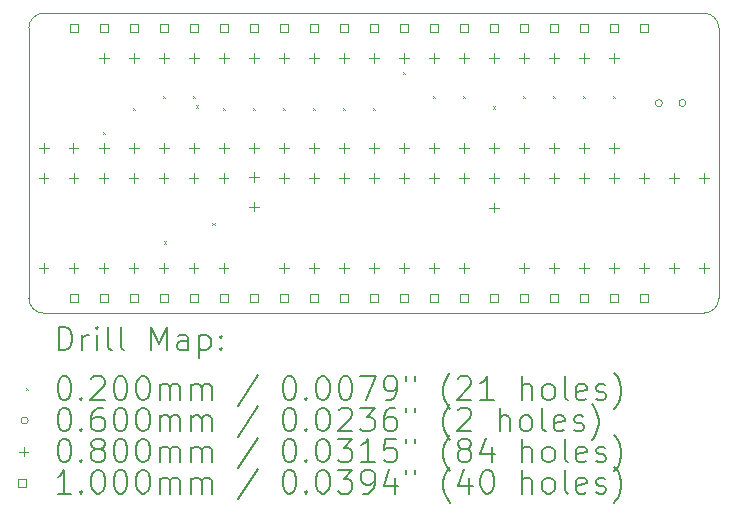
<source format=gbr>
%TF.GenerationSoftware,KiCad,Pcbnew,(6.0.11-0)*%
%TF.CreationDate,2023-06-10T21:35:13+02:00*%
%TF.ProjectId,debug_leds,64656275-675f-46c6-9564-732e6b696361,REV*%
%TF.SameCoordinates,Original*%
%TF.FileFunction,Drillmap*%
%TF.FilePolarity,Positive*%
%FSLAX45Y45*%
G04 Gerber Fmt 4.5, Leading zero omitted, Abs format (unit mm)*
G04 Created by KiCad (PCBNEW (6.0.11-0)) date 2023-06-10 21:35:13*
%MOMM*%
%LPD*%
G01*
G04 APERTURE LIST*
%ADD10C,0.100000*%
%ADD11C,0.200000*%
%ADD12C,0.020000*%
%ADD13C,0.060000*%
%ADD14C,0.080000*%
G04 APERTURE END LIST*
D10*
X16002000Y-5207000D02*
G75*
G03*
X15875000Y-5080000I-127000J0D01*
G01*
X15875000Y-7620000D02*
G75*
G03*
X16002000Y-7493000I0J127000D01*
G01*
X10160000Y-7493000D02*
G75*
G03*
X10287000Y-7620000I127000J0D01*
G01*
X10287000Y-5080000D02*
G75*
G03*
X10160000Y-5207000I0J-127000D01*
G01*
X10287000Y-7620000D02*
X15875000Y-7620000D01*
X16002000Y-7493000D02*
X16002000Y-5207000D01*
X10160000Y-5207000D02*
X10160000Y-7493000D01*
X10287000Y-5080000D02*
X15875000Y-5080000D01*
D11*
D12*
X10785000Y-6086000D02*
X10805000Y-6106000D01*
X10805000Y-6086000D02*
X10785000Y-6106000D01*
X11039000Y-5882800D02*
X11059000Y-5902800D01*
X11059000Y-5882800D02*
X11039000Y-5902800D01*
X11293000Y-5781200D02*
X11313000Y-5801200D01*
X11313000Y-5781200D02*
X11293000Y-5801200D01*
X11305700Y-7013100D02*
X11325700Y-7033100D01*
X11325700Y-7013100D02*
X11305700Y-7033100D01*
X11547000Y-5781200D02*
X11567000Y-5801200D01*
X11567000Y-5781200D02*
X11547000Y-5801200D01*
X11572400Y-5860561D02*
X11592400Y-5880561D01*
X11592400Y-5860561D02*
X11572400Y-5880561D01*
X11714200Y-6856520D02*
X11734200Y-6876520D01*
X11734200Y-6856520D02*
X11714200Y-6876520D01*
X11801000Y-5882800D02*
X11821000Y-5902800D01*
X11821000Y-5882800D02*
X11801000Y-5902800D01*
X12055000Y-5882800D02*
X12075000Y-5902800D01*
X12075000Y-5882800D02*
X12055000Y-5902800D01*
X12309000Y-5882800D02*
X12329000Y-5902800D01*
X12329000Y-5882800D02*
X12309000Y-5902800D01*
X12563000Y-5882800D02*
X12583000Y-5902800D01*
X12583000Y-5882800D02*
X12563000Y-5902800D01*
X12817000Y-5882800D02*
X12837000Y-5902800D01*
X12837000Y-5882800D02*
X12817000Y-5902800D01*
X13071000Y-5882800D02*
X13091000Y-5902800D01*
X13091000Y-5882800D02*
X13071000Y-5902800D01*
X13325000Y-5578000D02*
X13345000Y-5598000D01*
X13345000Y-5578000D02*
X13325000Y-5598000D01*
X13579000Y-5781200D02*
X13599000Y-5801200D01*
X13599000Y-5781200D02*
X13579000Y-5801200D01*
X13833000Y-5781200D02*
X13853000Y-5801200D01*
X13853000Y-5781200D02*
X13833000Y-5801200D01*
X14087000Y-5870100D02*
X14107000Y-5890100D01*
X14107000Y-5870100D02*
X14087000Y-5890100D01*
X14341000Y-5781200D02*
X14361000Y-5801200D01*
X14361000Y-5781200D02*
X14341000Y-5801200D01*
X14595000Y-5781200D02*
X14615000Y-5801200D01*
X14615000Y-5781200D02*
X14595000Y-5801200D01*
X14849000Y-5781200D02*
X14869000Y-5801200D01*
X14869000Y-5781200D02*
X14849000Y-5801200D01*
X15103000Y-5781200D02*
X15123000Y-5801200D01*
X15123000Y-5781200D02*
X15103000Y-5801200D01*
D13*
X15524000Y-5842000D02*
G75*
G03*
X15524000Y-5842000I-30000J0D01*
G01*
X15724000Y-5842000D02*
G75*
G03*
X15724000Y-5842000I-30000J0D01*
G01*
D14*
X10286000Y-6437000D02*
X10286000Y-6517000D01*
X10246000Y-6477000D02*
X10326000Y-6477000D01*
X10286000Y-7199000D02*
X10286000Y-7279000D01*
X10246000Y-7239000D02*
X10326000Y-7239000D01*
X10287000Y-6183000D02*
X10287000Y-6263000D01*
X10247000Y-6223000D02*
X10327000Y-6223000D01*
X10537000Y-6183000D02*
X10537000Y-6263000D01*
X10497000Y-6223000D02*
X10577000Y-6223000D01*
X10540000Y-6437000D02*
X10540000Y-6517000D01*
X10500000Y-6477000D02*
X10580000Y-6477000D01*
X10540000Y-7199000D02*
X10540000Y-7279000D01*
X10500000Y-7239000D02*
X10580000Y-7239000D01*
X10794000Y-6437000D02*
X10794000Y-6517000D01*
X10754000Y-6477000D02*
X10834000Y-6477000D01*
X10794000Y-7199000D02*
X10794000Y-7279000D01*
X10754000Y-7239000D02*
X10834000Y-7239000D01*
X10795000Y-5421000D02*
X10795000Y-5501000D01*
X10755000Y-5461000D02*
X10835000Y-5461000D01*
X10795000Y-6183000D02*
X10795000Y-6263000D01*
X10755000Y-6223000D02*
X10835000Y-6223000D01*
X11048000Y-6437000D02*
X11048000Y-6517000D01*
X11008000Y-6477000D02*
X11088000Y-6477000D01*
X11048000Y-7199000D02*
X11048000Y-7279000D01*
X11008000Y-7239000D02*
X11088000Y-7239000D01*
X11049000Y-5421000D02*
X11049000Y-5501000D01*
X11009000Y-5461000D02*
X11089000Y-5461000D01*
X11049000Y-6183000D02*
X11049000Y-6263000D01*
X11009000Y-6223000D02*
X11089000Y-6223000D01*
X11302000Y-6437000D02*
X11302000Y-6517000D01*
X11262000Y-6477000D02*
X11342000Y-6477000D01*
X11302000Y-7199000D02*
X11302000Y-7279000D01*
X11262000Y-7239000D02*
X11342000Y-7239000D01*
X11303000Y-5421000D02*
X11303000Y-5501000D01*
X11263000Y-5461000D02*
X11343000Y-5461000D01*
X11303000Y-6183000D02*
X11303000Y-6263000D01*
X11263000Y-6223000D02*
X11343000Y-6223000D01*
X11556000Y-6437000D02*
X11556000Y-6517000D01*
X11516000Y-6477000D02*
X11596000Y-6477000D01*
X11556000Y-7199000D02*
X11556000Y-7279000D01*
X11516000Y-7239000D02*
X11596000Y-7239000D01*
X11557000Y-5421000D02*
X11557000Y-5501000D01*
X11517000Y-5461000D02*
X11597000Y-5461000D01*
X11557000Y-6183000D02*
X11557000Y-6263000D01*
X11517000Y-6223000D02*
X11597000Y-6223000D01*
X11810000Y-6437000D02*
X11810000Y-6517000D01*
X11770000Y-6477000D02*
X11850000Y-6477000D01*
X11810000Y-7199000D02*
X11810000Y-7279000D01*
X11770000Y-7239000D02*
X11850000Y-7239000D01*
X11811000Y-5421000D02*
X11811000Y-5501000D01*
X11771000Y-5461000D02*
X11851000Y-5461000D01*
X11811000Y-6183000D02*
X11811000Y-6263000D01*
X11771000Y-6223000D02*
X11851000Y-6223000D01*
X12065000Y-5421000D02*
X12065000Y-5501000D01*
X12025000Y-5461000D02*
X12105000Y-5461000D01*
X12065000Y-6183000D02*
X12065000Y-6263000D01*
X12025000Y-6223000D02*
X12105000Y-6223000D01*
X12065000Y-6428000D02*
X12065000Y-6508000D01*
X12025000Y-6468000D02*
X12105000Y-6468000D01*
X12065000Y-6678000D02*
X12065000Y-6758000D01*
X12025000Y-6718000D02*
X12105000Y-6718000D01*
X12319000Y-5421000D02*
X12319000Y-5501000D01*
X12279000Y-5461000D02*
X12359000Y-5461000D01*
X12319000Y-6183000D02*
X12319000Y-6263000D01*
X12279000Y-6223000D02*
X12359000Y-6223000D01*
X12319000Y-6437000D02*
X12319000Y-6517000D01*
X12279000Y-6477000D02*
X12359000Y-6477000D01*
X12319000Y-7199000D02*
X12319000Y-7279000D01*
X12279000Y-7239000D02*
X12359000Y-7239000D01*
X12573000Y-5421000D02*
X12573000Y-5501000D01*
X12533000Y-5461000D02*
X12613000Y-5461000D01*
X12573000Y-6183000D02*
X12573000Y-6263000D01*
X12533000Y-6223000D02*
X12613000Y-6223000D01*
X12573000Y-6437000D02*
X12573000Y-6517000D01*
X12533000Y-6477000D02*
X12613000Y-6477000D01*
X12573000Y-7199000D02*
X12573000Y-7279000D01*
X12533000Y-7239000D02*
X12613000Y-7239000D01*
X12827000Y-5421000D02*
X12827000Y-5501000D01*
X12787000Y-5461000D02*
X12867000Y-5461000D01*
X12827000Y-6183000D02*
X12827000Y-6263000D01*
X12787000Y-6223000D02*
X12867000Y-6223000D01*
X12827000Y-6437000D02*
X12827000Y-6517000D01*
X12787000Y-6477000D02*
X12867000Y-6477000D01*
X12827000Y-7199000D02*
X12827000Y-7279000D01*
X12787000Y-7239000D02*
X12867000Y-7239000D01*
X13081000Y-5421000D02*
X13081000Y-5501000D01*
X13041000Y-5461000D02*
X13121000Y-5461000D01*
X13081000Y-6183000D02*
X13081000Y-6263000D01*
X13041000Y-6223000D02*
X13121000Y-6223000D01*
X13081000Y-6437000D02*
X13081000Y-6517000D01*
X13041000Y-6477000D02*
X13121000Y-6477000D01*
X13081000Y-7199000D02*
X13081000Y-7279000D01*
X13041000Y-7239000D02*
X13121000Y-7239000D01*
X13335000Y-5421000D02*
X13335000Y-5501000D01*
X13295000Y-5461000D02*
X13375000Y-5461000D01*
X13335000Y-6183000D02*
X13335000Y-6263000D01*
X13295000Y-6223000D02*
X13375000Y-6223000D01*
X13335000Y-6437000D02*
X13335000Y-6517000D01*
X13295000Y-6477000D02*
X13375000Y-6477000D01*
X13335000Y-7199000D02*
X13335000Y-7279000D01*
X13295000Y-7239000D02*
X13375000Y-7239000D01*
X13589000Y-5421000D02*
X13589000Y-5501000D01*
X13549000Y-5461000D02*
X13629000Y-5461000D01*
X13589000Y-6183000D02*
X13589000Y-6263000D01*
X13549000Y-6223000D02*
X13629000Y-6223000D01*
X13589000Y-6437000D02*
X13589000Y-6517000D01*
X13549000Y-6477000D02*
X13629000Y-6477000D01*
X13589000Y-7199000D02*
X13589000Y-7279000D01*
X13549000Y-7239000D02*
X13629000Y-7239000D01*
X13843000Y-5421000D02*
X13843000Y-5501000D01*
X13803000Y-5461000D02*
X13883000Y-5461000D01*
X13843000Y-6183000D02*
X13843000Y-6263000D01*
X13803000Y-6223000D02*
X13883000Y-6223000D01*
X13843000Y-6437000D02*
X13843000Y-6517000D01*
X13803000Y-6477000D02*
X13883000Y-6477000D01*
X13843000Y-7199000D02*
X13843000Y-7279000D01*
X13803000Y-7239000D02*
X13883000Y-7239000D01*
X14097000Y-5421000D02*
X14097000Y-5501000D01*
X14057000Y-5461000D02*
X14137000Y-5461000D01*
X14097000Y-6183000D02*
X14097000Y-6263000D01*
X14057000Y-6223000D02*
X14137000Y-6223000D01*
X14097000Y-6437000D02*
X14097000Y-6517000D01*
X14057000Y-6477000D02*
X14137000Y-6477000D01*
X14097000Y-6687000D02*
X14097000Y-6767000D01*
X14057000Y-6727000D02*
X14137000Y-6727000D01*
X14351000Y-5421000D02*
X14351000Y-5501000D01*
X14311000Y-5461000D02*
X14391000Y-5461000D01*
X14351000Y-6183000D02*
X14351000Y-6263000D01*
X14311000Y-6223000D02*
X14391000Y-6223000D01*
X14351000Y-6437000D02*
X14351000Y-6517000D01*
X14311000Y-6477000D02*
X14391000Y-6477000D01*
X14351000Y-7199000D02*
X14351000Y-7279000D01*
X14311000Y-7239000D02*
X14391000Y-7239000D01*
X14605000Y-5421000D02*
X14605000Y-5501000D01*
X14565000Y-5461000D02*
X14645000Y-5461000D01*
X14605000Y-6183000D02*
X14605000Y-6263000D01*
X14565000Y-6223000D02*
X14645000Y-6223000D01*
X14605000Y-6437000D02*
X14605000Y-6517000D01*
X14565000Y-6477000D02*
X14645000Y-6477000D01*
X14605000Y-7199000D02*
X14605000Y-7279000D01*
X14565000Y-7239000D02*
X14645000Y-7239000D01*
X14859000Y-5421000D02*
X14859000Y-5501000D01*
X14819000Y-5461000D02*
X14899000Y-5461000D01*
X14859000Y-6183000D02*
X14859000Y-6263000D01*
X14819000Y-6223000D02*
X14899000Y-6223000D01*
X14859000Y-6437000D02*
X14859000Y-6517000D01*
X14819000Y-6477000D02*
X14899000Y-6477000D01*
X14859000Y-7199000D02*
X14859000Y-7279000D01*
X14819000Y-7239000D02*
X14899000Y-7239000D01*
X15113000Y-5421000D02*
X15113000Y-5501000D01*
X15073000Y-5461000D02*
X15153000Y-5461000D01*
X15113000Y-6183000D02*
X15113000Y-6263000D01*
X15073000Y-6223000D02*
X15153000Y-6223000D01*
X15113000Y-6437000D02*
X15113000Y-6517000D01*
X15073000Y-6477000D02*
X15153000Y-6477000D01*
X15113000Y-7199000D02*
X15113000Y-7279000D01*
X15073000Y-7239000D02*
X15153000Y-7239000D01*
X15367000Y-6437000D02*
X15367000Y-6517000D01*
X15327000Y-6477000D02*
X15407000Y-6477000D01*
X15367000Y-7199000D02*
X15367000Y-7279000D01*
X15327000Y-7239000D02*
X15407000Y-7239000D01*
X15621000Y-6437000D02*
X15621000Y-6517000D01*
X15581000Y-6477000D02*
X15661000Y-6477000D01*
X15621000Y-7199000D02*
X15621000Y-7279000D01*
X15581000Y-7239000D02*
X15661000Y-7239000D01*
X15875000Y-6437000D02*
X15875000Y-6517000D01*
X15835000Y-6477000D02*
X15915000Y-6477000D01*
X15875000Y-7199000D02*
X15875000Y-7279000D01*
X15835000Y-7239000D02*
X15915000Y-7239000D01*
D10*
X10576356Y-5242356D02*
X10576356Y-5171644D01*
X10505644Y-5171644D01*
X10505644Y-5242356D01*
X10576356Y-5242356D01*
X10576356Y-7528356D02*
X10576356Y-7457644D01*
X10505644Y-7457644D01*
X10505644Y-7528356D01*
X10576356Y-7528356D01*
X10830356Y-5242356D02*
X10830356Y-5171644D01*
X10759644Y-5171644D01*
X10759644Y-5242356D01*
X10830356Y-5242356D01*
X10830356Y-7528356D02*
X10830356Y-7457644D01*
X10759644Y-7457644D01*
X10759644Y-7528356D01*
X10830356Y-7528356D01*
X11084356Y-5242356D02*
X11084356Y-5171644D01*
X11013644Y-5171644D01*
X11013644Y-5242356D01*
X11084356Y-5242356D01*
X11084356Y-7528356D02*
X11084356Y-7457644D01*
X11013644Y-7457644D01*
X11013644Y-7528356D01*
X11084356Y-7528356D01*
X11338356Y-5242356D02*
X11338356Y-5171644D01*
X11267644Y-5171644D01*
X11267644Y-5242356D01*
X11338356Y-5242356D01*
X11338356Y-7528356D02*
X11338356Y-7457644D01*
X11267644Y-7457644D01*
X11267644Y-7528356D01*
X11338356Y-7528356D01*
X11592356Y-5242356D02*
X11592356Y-5171644D01*
X11521644Y-5171644D01*
X11521644Y-5242356D01*
X11592356Y-5242356D01*
X11592356Y-7528356D02*
X11592356Y-7457644D01*
X11521644Y-7457644D01*
X11521644Y-7528356D01*
X11592356Y-7528356D01*
X11846356Y-5242356D02*
X11846356Y-5171644D01*
X11775644Y-5171644D01*
X11775644Y-5242356D01*
X11846356Y-5242356D01*
X11846356Y-7528356D02*
X11846356Y-7457644D01*
X11775644Y-7457644D01*
X11775644Y-7528356D01*
X11846356Y-7528356D01*
X12100356Y-5242356D02*
X12100356Y-5171644D01*
X12029644Y-5171644D01*
X12029644Y-5242356D01*
X12100356Y-5242356D01*
X12100356Y-7528356D02*
X12100356Y-7457644D01*
X12029644Y-7457644D01*
X12029644Y-7528356D01*
X12100356Y-7528356D01*
X12354356Y-5242356D02*
X12354356Y-5171644D01*
X12283644Y-5171644D01*
X12283644Y-5242356D01*
X12354356Y-5242356D01*
X12354356Y-7528356D02*
X12354356Y-7457644D01*
X12283644Y-7457644D01*
X12283644Y-7528356D01*
X12354356Y-7528356D01*
X12608356Y-5242356D02*
X12608356Y-5171644D01*
X12537644Y-5171644D01*
X12537644Y-5242356D01*
X12608356Y-5242356D01*
X12608356Y-7528356D02*
X12608356Y-7457644D01*
X12537644Y-7457644D01*
X12537644Y-7528356D01*
X12608356Y-7528356D01*
X12862356Y-5242356D02*
X12862356Y-5171644D01*
X12791644Y-5171644D01*
X12791644Y-5242356D01*
X12862356Y-5242356D01*
X12862356Y-7528356D02*
X12862356Y-7457644D01*
X12791644Y-7457644D01*
X12791644Y-7528356D01*
X12862356Y-7528356D01*
X13116356Y-5242356D02*
X13116356Y-5171644D01*
X13045644Y-5171644D01*
X13045644Y-5242356D01*
X13116356Y-5242356D01*
X13116356Y-7528356D02*
X13116356Y-7457644D01*
X13045644Y-7457644D01*
X13045644Y-7528356D01*
X13116356Y-7528356D01*
X13370356Y-5242356D02*
X13370356Y-5171644D01*
X13299644Y-5171644D01*
X13299644Y-5242356D01*
X13370356Y-5242356D01*
X13370356Y-7528356D02*
X13370356Y-7457644D01*
X13299644Y-7457644D01*
X13299644Y-7528356D01*
X13370356Y-7528356D01*
X13624356Y-5242356D02*
X13624356Y-5171644D01*
X13553644Y-5171644D01*
X13553644Y-5242356D01*
X13624356Y-5242356D01*
X13624356Y-7528356D02*
X13624356Y-7457644D01*
X13553644Y-7457644D01*
X13553644Y-7528356D01*
X13624356Y-7528356D01*
X13878356Y-5242356D02*
X13878356Y-5171644D01*
X13807644Y-5171644D01*
X13807644Y-5242356D01*
X13878356Y-5242356D01*
X13878356Y-7528356D02*
X13878356Y-7457644D01*
X13807644Y-7457644D01*
X13807644Y-7528356D01*
X13878356Y-7528356D01*
X14132356Y-5242356D02*
X14132356Y-5171644D01*
X14061644Y-5171644D01*
X14061644Y-5242356D01*
X14132356Y-5242356D01*
X14132356Y-7528356D02*
X14132356Y-7457644D01*
X14061644Y-7457644D01*
X14061644Y-7528356D01*
X14132356Y-7528356D01*
X14386356Y-5242356D02*
X14386356Y-5171644D01*
X14315644Y-5171644D01*
X14315644Y-5242356D01*
X14386356Y-5242356D01*
X14386356Y-7528356D02*
X14386356Y-7457644D01*
X14315644Y-7457644D01*
X14315644Y-7528356D01*
X14386356Y-7528356D01*
X14640356Y-5242356D02*
X14640356Y-5171644D01*
X14569644Y-5171644D01*
X14569644Y-5242356D01*
X14640356Y-5242356D01*
X14640356Y-7528356D02*
X14640356Y-7457644D01*
X14569644Y-7457644D01*
X14569644Y-7528356D01*
X14640356Y-7528356D01*
X14894356Y-5242356D02*
X14894356Y-5171644D01*
X14823644Y-5171644D01*
X14823644Y-5242356D01*
X14894356Y-5242356D01*
X14894356Y-7528356D02*
X14894356Y-7457644D01*
X14823644Y-7457644D01*
X14823644Y-7528356D01*
X14894356Y-7528356D01*
X15148356Y-5242356D02*
X15148356Y-5171644D01*
X15077644Y-5171644D01*
X15077644Y-5242356D01*
X15148356Y-5242356D01*
X15148356Y-7528356D02*
X15148356Y-7457644D01*
X15077644Y-7457644D01*
X15077644Y-7528356D01*
X15148356Y-7528356D01*
X15402356Y-5242356D02*
X15402356Y-5171644D01*
X15331644Y-5171644D01*
X15331644Y-5242356D01*
X15402356Y-5242356D01*
X15402356Y-7528356D02*
X15402356Y-7457644D01*
X15331644Y-7457644D01*
X15331644Y-7528356D01*
X15402356Y-7528356D01*
D11*
X10412619Y-7935476D02*
X10412619Y-7735476D01*
X10460238Y-7735476D01*
X10488810Y-7745000D01*
X10507857Y-7764048D01*
X10517381Y-7783095D01*
X10526905Y-7821190D01*
X10526905Y-7849762D01*
X10517381Y-7887857D01*
X10507857Y-7906905D01*
X10488810Y-7925952D01*
X10460238Y-7935476D01*
X10412619Y-7935476D01*
X10612619Y-7935476D02*
X10612619Y-7802143D01*
X10612619Y-7840238D02*
X10622143Y-7821190D01*
X10631667Y-7811667D01*
X10650714Y-7802143D01*
X10669762Y-7802143D01*
X10736429Y-7935476D02*
X10736429Y-7802143D01*
X10736429Y-7735476D02*
X10726905Y-7745000D01*
X10736429Y-7754524D01*
X10745952Y-7745000D01*
X10736429Y-7735476D01*
X10736429Y-7754524D01*
X10860238Y-7935476D02*
X10841190Y-7925952D01*
X10831667Y-7906905D01*
X10831667Y-7735476D01*
X10965000Y-7935476D02*
X10945952Y-7925952D01*
X10936429Y-7906905D01*
X10936429Y-7735476D01*
X11193571Y-7935476D02*
X11193571Y-7735476D01*
X11260238Y-7878333D01*
X11326905Y-7735476D01*
X11326905Y-7935476D01*
X11507857Y-7935476D02*
X11507857Y-7830714D01*
X11498333Y-7811667D01*
X11479286Y-7802143D01*
X11441190Y-7802143D01*
X11422143Y-7811667D01*
X11507857Y-7925952D02*
X11488809Y-7935476D01*
X11441190Y-7935476D01*
X11422143Y-7925952D01*
X11412619Y-7906905D01*
X11412619Y-7887857D01*
X11422143Y-7868809D01*
X11441190Y-7859286D01*
X11488809Y-7859286D01*
X11507857Y-7849762D01*
X11603095Y-7802143D02*
X11603095Y-8002143D01*
X11603095Y-7811667D02*
X11622143Y-7802143D01*
X11660238Y-7802143D01*
X11679286Y-7811667D01*
X11688809Y-7821190D01*
X11698333Y-7840238D01*
X11698333Y-7897381D01*
X11688809Y-7916428D01*
X11679286Y-7925952D01*
X11660238Y-7935476D01*
X11622143Y-7935476D01*
X11603095Y-7925952D01*
X11784048Y-7916428D02*
X11793571Y-7925952D01*
X11784048Y-7935476D01*
X11774524Y-7925952D01*
X11784048Y-7916428D01*
X11784048Y-7935476D01*
X11784048Y-7811667D02*
X11793571Y-7821190D01*
X11784048Y-7830714D01*
X11774524Y-7821190D01*
X11784048Y-7811667D01*
X11784048Y-7830714D01*
D12*
X10135000Y-8255000D02*
X10155000Y-8275000D01*
X10155000Y-8255000D02*
X10135000Y-8275000D01*
D11*
X10450714Y-8155476D02*
X10469762Y-8155476D01*
X10488810Y-8165000D01*
X10498333Y-8174524D01*
X10507857Y-8193571D01*
X10517381Y-8231667D01*
X10517381Y-8279286D01*
X10507857Y-8317381D01*
X10498333Y-8336428D01*
X10488810Y-8345952D01*
X10469762Y-8355476D01*
X10450714Y-8355476D01*
X10431667Y-8345952D01*
X10422143Y-8336428D01*
X10412619Y-8317381D01*
X10403095Y-8279286D01*
X10403095Y-8231667D01*
X10412619Y-8193571D01*
X10422143Y-8174524D01*
X10431667Y-8165000D01*
X10450714Y-8155476D01*
X10603095Y-8336428D02*
X10612619Y-8345952D01*
X10603095Y-8355476D01*
X10593571Y-8345952D01*
X10603095Y-8336428D01*
X10603095Y-8355476D01*
X10688810Y-8174524D02*
X10698333Y-8165000D01*
X10717381Y-8155476D01*
X10765000Y-8155476D01*
X10784048Y-8165000D01*
X10793571Y-8174524D01*
X10803095Y-8193571D01*
X10803095Y-8212619D01*
X10793571Y-8241190D01*
X10679286Y-8355476D01*
X10803095Y-8355476D01*
X10926905Y-8155476D02*
X10945952Y-8155476D01*
X10965000Y-8165000D01*
X10974524Y-8174524D01*
X10984048Y-8193571D01*
X10993571Y-8231667D01*
X10993571Y-8279286D01*
X10984048Y-8317381D01*
X10974524Y-8336428D01*
X10965000Y-8345952D01*
X10945952Y-8355476D01*
X10926905Y-8355476D01*
X10907857Y-8345952D01*
X10898333Y-8336428D01*
X10888810Y-8317381D01*
X10879286Y-8279286D01*
X10879286Y-8231667D01*
X10888810Y-8193571D01*
X10898333Y-8174524D01*
X10907857Y-8165000D01*
X10926905Y-8155476D01*
X11117381Y-8155476D02*
X11136429Y-8155476D01*
X11155476Y-8165000D01*
X11165000Y-8174524D01*
X11174524Y-8193571D01*
X11184048Y-8231667D01*
X11184048Y-8279286D01*
X11174524Y-8317381D01*
X11165000Y-8336428D01*
X11155476Y-8345952D01*
X11136429Y-8355476D01*
X11117381Y-8355476D01*
X11098333Y-8345952D01*
X11088810Y-8336428D01*
X11079286Y-8317381D01*
X11069762Y-8279286D01*
X11069762Y-8231667D01*
X11079286Y-8193571D01*
X11088810Y-8174524D01*
X11098333Y-8165000D01*
X11117381Y-8155476D01*
X11269762Y-8355476D02*
X11269762Y-8222143D01*
X11269762Y-8241190D02*
X11279286Y-8231667D01*
X11298333Y-8222143D01*
X11326905Y-8222143D01*
X11345952Y-8231667D01*
X11355476Y-8250714D01*
X11355476Y-8355476D01*
X11355476Y-8250714D02*
X11365000Y-8231667D01*
X11384048Y-8222143D01*
X11412619Y-8222143D01*
X11431667Y-8231667D01*
X11441190Y-8250714D01*
X11441190Y-8355476D01*
X11536428Y-8355476D02*
X11536428Y-8222143D01*
X11536428Y-8241190D02*
X11545952Y-8231667D01*
X11565000Y-8222143D01*
X11593571Y-8222143D01*
X11612619Y-8231667D01*
X11622143Y-8250714D01*
X11622143Y-8355476D01*
X11622143Y-8250714D02*
X11631667Y-8231667D01*
X11650714Y-8222143D01*
X11679286Y-8222143D01*
X11698333Y-8231667D01*
X11707857Y-8250714D01*
X11707857Y-8355476D01*
X12098333Y-8145952D02*
X11926905Y-8403095D01*
X12355476Y-8155476D02*
X12374524Y-8155476D01*
X12393571Y-8165000D01*
X12403095Y-8174524D01*
X12412619Y-8193571D01*
X12422143Y-8231667D01*
X12422143Y-8279286D01*
X12412619Y-8317381D01*
X12403095Y-8336428D01*
X12393571Y-8345952D01*
X12374524Y-8355476D01*
X12355476Y-8355476D01*
X12336428Y-8345952D01*
X12326905Y-8336428D01*
X12317381Y-8317381D01*
X12307857Y-8279286D01*
X12307857Y-8231667D01*
X12317381Y-8193571D01*
X12326905Y-8174524D01*
X12336428Y-8165000D01*
X12355476Y-8155476D01*
X12507857Y-8336428D02*
X12517381Y-8345952D01*
X12507857Y-8355476D01*
X12498333Y-8345952D01*
X12507857Y-8336428D01*
X12507857Y-8355476D01*
X12641190Y-8155476D02*
X12660238Y-8155476D01*
X12679286Y-8165000D01*
X12688809Y-8174524D01*
X12698333Y-8193571D01*
X12707857Y-8231667D01*
X12707857Y-8279286D01*
X12698333Y-8317381D01*
X12688809Y-8336428D01*
X12679286Y-8345952D01*
X12660238Y-8355476D01*
X12641190Y-8355476D01*
X12622143Y-8345952D01*
X12612619Y-8336428D01*
X12603095Y-8317381D01*
X12593571Y-8279286D01*
X12593571Y-8231667D01*
X12603095Y-8193571D01*
X12612619Y-8174524D01*
X12622143Y-8165000D01*
X12641190Y-8155476D01*
X12831667Y-8155476D02*
X12850714Y-8155476D01*
X12869762Y-8165000D01*
X12879286Y-8174524D01*
X12888809Y-8193571D01*
X12898333Y-8231667D01*
X12898333Y-8279286D01*
X12888809Y-8317381D01*
X12879286Y-8336428D01*
X12869762Y-8345952D01*
X12850714Y-8355476D01*
X12831667Y-8355476D01*
X12812619Y-8345952D01*
X12803095Y-8336428D01*
X12793571Y-8317381D01*
X12784048Y-8279286D01*
X12784048Y-8231667D01*
X12793571Y-8193571D01*
X12803095Y-8174524D01*
X12812619Y-8165000D01*
X12831667Y-8155476D01*
X12965000Y-8155476D02*
X13098333Y-8155476D01*
X13012619Y-8355476D01*
X13184048Y-8355476D02*
X13222143Y-8355476D01*
X13241190Y-8345952D01*
X13250714Y-8336428D01*
X13269762Y-8307857D01*
X13279286Y-8269762D01*
X13279286Y-8193571D01*
X13269762Y-8174524D01*
X13260238Y-8165000D01*
X13241190Y-8155476D01*
X13203095Y-8155476D01*
X13184048Y-8165000D01*
X13174524Y-8174524D01*
X13165000Y-8193571D01*
X13165000Y-8241190D01*
X13174524Y-8260238D01*
X13184048Y-8269762D01*
X13203095Y-8279286D01*
X13241190Y-8279286D01*
X13260238Y-8269762D01*
X13269762Y-8260238D01*
X13279286Y-8241190D01*
X13355476Y-8155476D02*
X13355476Y-8193571D01*
X13431667Y-8155476D02*
X13431667Y-8193571D01*
X13726905Y-8431667D02*
X13717381Y-8422143D01*
X13698333Y-8393571D01*
X13688809Y-8374524D01*
X13679286Y-8345952D01*
X13669762Y-8298333D01*
X13669762Y-8260238D01*
X13679286Y-8212619D01*
X13688809Y-8184048D01*
X13698333Y-8165000D01*
X13717381Y-8136428D01*
X13726905Y-8126905D01*
X13793571Y-8174524D02*
X13803095Y-8165000D01*
X13822143Y-8155476D01*
X13869762Y-8155476D01*
X13888809Y-8165000D01*
X13898333Y-8174524D01*
X13907857Y-8193571D01*
X13907857Y-8212619D01*
X13898333Y-8241190D01*
X13784048Y-8355476D01*
X13907857Y-8355476D01*
X14098333Y-8355476D02*
X13984048Y-8355476D01*
X14041190Y-8355476D02*
X14041190Y-8155476D01*
X14022143Y-8184048D01*
X14003095Y-8203095D01*
X13984048Y-8212619D01*
X14336428Y-8355476D02*
X14336428Y-8155476D01*
X14422143Y-8355476D02*
X14422143Y-8250714D01*
X14412619Y-8231667D01*
X14393571Y-8222143D01*
X14365000Y-8222143D01*
X14345952Y-8231667D01*
X14336428Y-8241190D01*
X14545952Y-8355476D02*
X14526905Y-8345952D01*
X14517381Y-8336428D01*
X14507857Y-8317381D01*
X14507857Y-8260238D01*
X14517381Y-8241190D01*
X14526905Y-8231667D01*
X14545952Y-8222143D01*
X14574524Y-8222143D01*
X14593571Y-8231667D01*
X14603095Y-8241190D01*
X14612619Y-8260238D01*
X14612619Y-8317381D01*
X14603095Y-8336428D01*
X14593571Y-8345952D01*
X14574524Y-8355476D01*
X14545952Y-8355476D01*
X14726905Y-8355476D02*
X14707857Y-8345952D01*
X14698333Y-8326905D01*
X14698333Y-8155476D01*
X14879286Y-8345952D02*
X14860238Y-8355476D01*
X14822143Y-8355476D01*
X14803095Y-8345952D01*
X14793571Y-8326905D01*
X14793571Y-8250714D01*
X14803095Y-8231667D01*
X14822143Y-8222143D01*
X14860238Y-8222143D01*
X14879286Y-8231667D01*
X14888809Y-8250714D01*
X14888809Y-8269762D01*
X14793571Y-8288809D01*
X14965000Y-8345952D02*
X14984048Y-8355476D01*
X15022143Y-8355476D01*
X15041190Y-8345952D01*
X15050714Y-8326905D01*
X15050714Y-8317381D01*
X15041190Y-8298333D01*
X15022143Y-8288809D01*
X14993571Y-8288809D01*
X14974524Y-8279286D01*
X14965000Y-8260238D01*
X14965000Y-8250714D01*
X14974524Y-8231667D01*
X14993571Y-8222143D01*
X15022143Y-8222143D01*
X15041190Y-8231667D01*
X15117381Y-8431667D02*
X15126905Y-8422143D01*
X15145952Y-8393571D01*
X15155476Y-8374524D01*
X15165000Y-8345952D01*
X15174524Y-8298333D01*
X15174524Y-8260238D01*
X15165000Y-8212619D01*
X15155476Y-8184048D01*
X15145952Y-8165000D01*
X15126905Y-8136428D01*
X15117381Y-8126905D01*
D13*
X10155000Y-8529000D02*
G75*
G03*
X10155000Y-8529000I-30000J0D01*
G01*
D11*
X10450714Y-8419476D02*
X10469762Y-8419476D01*
X10488810Y-8429000D01*
X10498333Y-8438524D01*
X10507857Y-8457571D01*
X10517381Y-8495667D01*
X10517381Y-8543286D01*
X10507857Y-8581381D01*
X10498333Y-8600429D01*
X10488810Y-8609952D01*
X10469762Y-8619476D01*
X10450714Y-8619476D01*
X10431667Y-8609952D01*
X10422143Y-8600429D01*
X10412619Y-8581381D01*
X10403095Y-8543286D01*
X10403095Y-8495667D01*
X10412619Y-8457571D01*
X10422143Y-8438524D01*
X10431667Y-8429000D01*
X10450714Y-8419476D01*
X10603095Y-8600429D02*
X10612619Y-8609952D01*
X10603095Y-8619476D01*
X10593571Y-8609952D01*
X10603095Y-8600429D01*
X10603095Y-8619476D01*
X10784048Y-8419476D02*
X10745952Y-8419476D01*
X10726905Y-8429000D01*
X10717381Y-8438524D01*
X10698333Y-8467095D01*
X10688810Y-8505190D01*
X10688810Y-8581381D01*
X10698333Y-8600429D01*
X10707857Y-8609952D01*
X10726905Y-8619476D01*
X10765000Y-8619476D01*
X10784048Y-8609952D01*
X10793571Y-8600429D01*
X10803095Y-8581381D01*
X10803095Y-8533762D01*
X10793571Y-8514714D01*
X10784048Y-8505190D01*
X10765000Y-8495667D01*
X10726905Y-8495667D01*
X10707857Y-8505190D01*
X10698333Y-8514714D01*
X10688810Y-8533762D01*
X10926905Y-8419476D02*
X10945952Y-8419476D01*
X10965000Y-8429000D01*
X10974524Y-8438524D01*
X10984048Y-8457571D01*
X10993571Y-8495667D01*
X10993571Y-8543286D01*
X10984048Y-8581381D01*
X10974524Y-8600429D01*
X10965000Y-8609952D01*
X10945952Y-8619476D01*
X10926905Y-8619476D01*
X10907857Y-8609952D01*
X10898333Y-8600429D01*
X10888810Y-8581381D01*
X10879286Y-8543286D01*
X10879286Y-8495667D01*
X10888810Y-8457571D01*
X10898333Y-8438524D01*
X10907857Y-8429000D01*
X10926905Y-8419476D01*
X11117381Y-8419476D02*
X11136429Y-8419476D01*
X11155476Y-8429000D01*
X11165000Y-8438524D01*
X11174524Y-8457571D01*
X11184048Y-8495667D01*
X11184048Y-8543286D01*
X11174524Y-8581381D01*
X11165000Y-8600429D01*
X11155476Y-8609952D01*
X11136429Y-8619476D01*
X11117381Y-8619476D01*
X11098333Y-8609952D01*
X11088810Y-8600429D01*
X11079286Y-8581381D01*
X11069762Y-8543286D01*
X11069762Y-8495667D01*
X11079286Y-8457571D01*
X11088810Y-8438524D01*
X11098333Y-8429000D01*
X11117381Y-8419476D01*
X11269762Y-8619476D02*
X11269762Y-8486143D01*
X11269762Y-8505190D02*
X11279286Y-8495667D01*
X11298333Y-8486143D01*
X11326905Y-8486143D01*
X11345952Y-8495667D01*
X11355476Y-8514714D01*
X11355476Y-8619476D01*
X11355476Y-8514714D02*
X11365000Y-8495667D01*
X11384048Y-8486143D01*
X11412619Y-8486143D01*
X11431667Y-8495667D01*
X11441190Y-8514714D01*
X11441190Y-8619476D01*
X11536428Y-8619476D02*
X11536428Y-8486143D01*
X11536428Y-8505190D02*
X11545952Y-8495667D01*
X11565000Y-8486143D01*
X11593571Y-8486143D01*
X11612619Y-8495667D01*
X11622143Y-8514714D01*
X11622143Y-8619476D01*
X11622143Y-8514714D02*
X11631667Y-8495667D01*
X11650714Y-8486143D01*
X11679286Y-8486143D01*
X11698333Y-8495667D01*
X11707857Y-8514714D01*
X11707857Y-8619476D01*
X12098333Y-8409952D02*
X11926905Y-8667095D01*
X12355476Y-8419476D02*
X12374524Y-8419476D01*
X12393571Y-8429000D01*
X12403095Y-8438524D01*
X12412619Y-8457571D01*
X12422143Y-8495667D01*
X12422143Y-8543286D01*
X12412619Y-8581381D01*
X12403095Y-8600429D01*
X12393571Y-8609952D01*
X12374524Y-8619476D01*
X12355476Y-8619476D01*
X12336428Y-8609952D01*
X12326905Y-8600429D01*
X12317381Y-8581381D01*
X12307857Y-8543286D01*
X12307857Y-8495667D01*
X12317381Y-8457571D01*
X12326905Y-8438524D01*
X12336428Y-8429000D01*
X12355476Y-8419476D01*
X12507857Y-8600429D02*
X12517381Y-8609952D01*
X12507857Y-8619476D01*
X12498333Y-8609952D01*
X12507857Y-8600429D01*
X12507857Y-8619476D01*
X12641190Y-8419476D02*
X12660238Y-8419476D01*
X12679286Y-8429000D01*
X12688809Y-8438524D01*
X12698333Y-8457571D01*
X12707857Y-8495667D01*
X12707857Y-8543286D01*
X12698333Y-8581381D01*
X12688809Y-8600429D01*
X12679286Y-8609952D01*
X12660238Y-8619476D01*
X12641190Y-8619476D01*
X12622143Y-8609952D01*
X12612619Y-8600429D01*
X12603095Y-8581381D01*
X12593571Y-8543286D01*
X12593571Y-8495667D01*
X12603095Y-8457571D01*
X12612619Y-8438524D01*
X12622143Y-8429000D01*
X12641190Y-8419476D01*
X12784048Y-8438524D02*
X12793571Y-8429000D01*
X12812619Y-8419476D01*
X12860238Y-8419476D01*
X12879286Y-8429000D01*
X12888809Y-8438524D01*
X12898333Y-8457571D01*
X12898333Y-8476619D01*
X12888809Y-8505190D01*
X12774524Y-8619476D01*
X12898333Y-8619476D01*
X12965000Y-8419476D02*
X13088809Y-8419476D01*
X13022143Y-8495667D01*
X13050714Y-8495667D01*
X13069762Y-8505190D01*
X13079286Y-8514714D01*
X13088809Y-8533762D01*
X13088809Y-8581381D01*
X13079286Y-8600429D01*
X13069762Y-8609952D01*
X13050714Y-8619476D01*
X12993571Y-8619476D01*
X12974524Y-8609952D01*
X12965000Y-8600429D01*
X13260238Y-8419476D02*
X13222143Y-8419476D01*
X13203095Y-8429000D01*
X13193571Y-8438524D01*
X13174524Y-8467095D01*
X13165000Y-8505190D01*
X13165000Y-8581381D01*
X13174524Y-8600429D01*
X13184048Y-8609952D01*
X13203095Y-8619476D01*
X13241190Y-8619476D01*
X13260238Y-8609952D01*
X13269762Y-8600429D01*
X13279286Y-8581381D01*
X13279286Y-8533762D01*
X13269762Y-8514714D01*
X13260238Y-8505190D01*
X13241190Y-8495667D01*
X13203095Y-8495667D01*
X13184048Y-8505190D01*
X13174524Y-8514714D01*
X13165000Y-8533762D01*
X13355476Y-8419476D02*
X13355476Y-8457571D01*
X13431667Y-8419476D02*
X13431667Y-8457571D01*
X13726905Y-8695667D02*
X13717381Y-8686143D01*
X13698333Y-8657571D01*
X13688809Y-8638524D01*
X13679286Y-8609952D01*
X13669762Y-8562333D01*
X13669762Y-8524238D01*
X13679286Y-8476619D01*
X13688809Y-8448048D01*
X13698333Y-8429000D01*
X13717381Y-8400429D01*
X13726905Y-8390905D01*
X13793571Y-8438524D02*
X13803095Y-8429000D01*
X13822143Y-8419476D01*
X13869762Y-8419476D01*
X13888809Y-8429000D01*
X13898333Y-8438524D01*
X13907857Y-8457571D01*
X13907857Y-8476619D01*
X13898333Y-8505190D01*
X13784048Y-8619476D01*
X13907857Y-8619476D01*
X14145952Y-8619476D02*
X14145952Y-8419476D01*
X14231667Y-8619476D02*
X14231667Y-8514714D01*
X14222143Y-8495667D01*
X14203095Y-8486143D01*
X14174524Y-8486143D01*
X14155476Y-8495667D01*
X14145952Y-8505190D01*
X14355476Y-8619476D02*
X14336428Y-8609952D01*
X14326905Y-8600429D01*
X14317381Y-8581381D01*
X14317381Y-8524238D01*
X14326905Y-8505190D01*
X14336428Y-8495667D01*
X14355476Y-8486143D01*
X14384048Y-8486143D01*
X14403095Y-8495667D01*
X14412619Y-8505190D01*
X14422143Y-8524238D01*
X14422143Y-8581381D01*
X14412619Y-8600429D01*
X14403095Y-8609952D01*
X14384048Y-8619476D01*
X14355476Y-8619476D01*
X14536428Y-8619476D02*
X14517381Y-8609952D01*
X14507857Y-8590905D01*
X14507857Y-8419476D01*
X14688809Y-8609952D02*
X14669762Y-8619476D01*
X14631667Y-8619476D01*
X14612619Y-8609952D01*
X14603095Y-8590905D01*
X14603095Y-8514714D01*
X14612619Y-8495667D01*
X14631667Y-8486143D01*
X14669762Y-8486143D01*
X14688809Y-8495667D01*
X14698333Y-8514714D01*
X14698333Y-8533762D01*
X14603095Y-8552810D01*
X14774524Y-8609952D02*
X14793571Y-8619476D01*
X14831667Y-8619476D01*
X14850714Y-8609952D01*
X14860238Y-8590905D01*
X14860238Y-8581381D01*
X14850714Y-8562333D01*
X14831667Y-8552810D01*
X14803095Y-8552810D01*
X14784048Y-8543286D01*
X14774524Y-8524238D01*
X14774524Y-8514714D01*
X14784048Y-8495667D01*
X14803095Y-8486143D01*
X14831667Y-8486143D01*
X14850714Y-8495667D01*
X14926905Y-8695667D02*
X14936428Y-8686143D01*
X14955476Y-8657571D01*
X14965000Y-8638524D01*
X14974524Y-8609952D01*
X14984048Y-8562333D01*
X14984048Y-8524238D01*
X14974524Y-8476619D01*
X14965000Y-8448048D01*
X14955476Y-8429000D01*
X14936428Y-8400429D01*
X14926905Y-8390905D01*
D14*
X10115000Y-8753000D02*
X10115000Y-8833000D01*
X10075000Y-8793000D02*
X10155000Y-8793000D01*
D11*
X10450714Y-8683476D02*
X10469762Y-8683476D01*
X10488810Y-8693000D01*
X10498333Y-8702524D01*
X10507857Y-8721571D01*
X10517381Y-8759667D01*
X10517381Y-8807286D01*
X10507857Y-8845381D01*
X10498333Y-8864429D01*
X10488810Y-8873952D01*
X10469762Y-8883476D01*
X10450714Y-8883476D01*
X10431667Y-8873952D01*
X10422143Y-8864429D01*
X10412619Y-8845381D01*
X10403095Y-8807286D01*
X10403095Y-8759667D01*
X10412619Y-8721571D01*
X10422143Y-8702524D01*
X10431667Y-8693000D01*
X10450714Y-8683476D01*
X10603095Y-8864429D02*
X10612619Y-8873952D01*
X10603095Y-8883476D01*
X10593571Y-8873952D01*
X10603095Y-8864429D01*
X10603095Y-8883476D01*
X10726905Y-8769190D02*
X10707857Y-8759667D01*
X10698333Y-8750143D01*
X10688810Y-8731095D01*
X10688810Y-8721571D01*
X10698333Y-8702524D01*
X10707857Y-8693000D01*
X10726905Y-8683476D01*
X10765000Y-8683476D01*
X10784048Y-8693000D01*
X10793571Y-8702524D01*
X10803095Y-8721571D01*
X10803095Y-8731095D01*
X10793571Y-8750143D01*
X10784048Y-8759667D01*
X10765000Y-8769190D01*
X10726905Y-8769190D01*
X10707857Y-8778714D01*
X10698333Y-8788238D01*
X10688810Y-8807286D01*
X10688810Y-8845381D01*
X10698333Y-8864429D01*
X10707857Y-8873952D01*
X10726905Y-8883476D01*
X10765000Y-8883476D01*
X10784048Y-8873952D01*
X10793571Y-8864429D01*
X10803095Y-8845381D01*
X10803095Y-8807286D01*
X10793571Y-8788238D01*
X10784048Y-8778714D01*
X10765000Y-8769190D01*
X10926905Y-8683476D02*
X10945952Y-8683476D01*
X10965000Y-8693000D01*
X10974524Y-8702524D01*
X10984048Y-8721571D01*
X10993571Y-8759667D01*
X10993571Y-8807286D01*
X10984048Y-8845381D01*
X10974524Y-8864429D01*
X10965000Y-8873952D01*
X10945952Y-8883476D01*
X10926905Y-8883476D01*
X10907857Y-8873952D01*
X10898333Y-8864429D01*
X10888810Y-8845381D01*
X10879286Y-8807286D01*
X10879286Y-8759667D01*
X10888810Y-8721571D01*
X10898333Y-8702524D01*
X10907857Y-8693000D01*
X10926905Y-8683476D01*
X11117381Y-8683476D02*
X11136429Y-8683476D01*
X11155476Y-8693000D01*
X11165000Y-8702524D01*
X11174524Y-8721571D01*
X11184048Y-8759667D01*
X11184048Y-8807286D01*
X11174524Y-8845381D01*
X11165000Y-8864429D01*
X11155476Y-8873952D01*
X11136429Y-8883476D01*
X11117381Y-8883476D01*
X11098333Y-8873952D01*
X11088810Y-8864429D01*
X11079286Y-8845381D01*
X11069762Y-8807286D01*
X11069762Y-8759667D01*
X11079286Y-8721571D01*
X11088810Y-8702524D01*
X11098333Y-8693000D01*
X11117381Y-8683476D01*
X11269762Y-8883476D02*
X11269762Y-8750143D01*
X11269762Y-8769190D02*
X11279286Y-8759667D01*
X11298333Y-8750143D01*
X11326905Y-8750143D01*
X11345952Y-8759667D01*
X11355476Y-8778714D01*
X11355476Y-8883476D01*
X11355476Y-8778714D02*
X11365000Y-8759667D01*
X11384048Y-8750143D01*
X11412619Y-8750143D01*
X11431667Y-8759667D01*
X11441190Y-8778714D01*
X11441190Y-8883476D01*
X11536428Y-8883476D02*
X11536428Y-8750143D01*
X11536428Y-8769190D02*
X11545952Y-8759667D01*
X11565000Y-8750143D01*
X11593571Y-8750143D01*
X11612619Y-8759667D01*
X11622143Y-8778714D01*
X11622143Y-8883476D01*
X11622143Y-8778714D02*
X11631667Y-8759667D01*
X11650714Y-8750143D01*
X11679286Y-8750143D01*
X11698333Y-8759667D01*
X11707857Y-8778714D01*
X11707857Y-8883476D01*
X12098333Y-8673952D02*
X11926905Y-8931095D01*
X12355476Y-8683476D02*
X12374524Y-8683476D01*
X12393571Y-8693000D01*
X12403095Y-8702524D01*
X12412619Y-8721571D01*
X12422143Y-8759667D01*
X12422143Y-8807286D01*
X12412619Y-8845381D01*
X12403095Y-8864429D01*
X12393571Y-8873952D01*
X12374524Y-8883476D01*
X12355476Y-8883476D01*
X12336428Y-8873952D01*
X12326905Y-8864429D01*
X12317381Y-8845381D01*
X12307857Y-8807286D01*
X12307857Y-8759667D01*
X12317381Y-8721571D01*
X12326905Y-8702524D01*
X12336428Y-8693000D01*
X12355476Y-8683476D01*
X12507857Y-8864429D02*
X12517381Y-8873952D01*
X12507857Y-8883476D01*
X12498333Y-8873952D01*
X12507857Y-8864429D01*
X12507857Y-8883476D01*
X12641190Y-8683476D02*
X12660238Y-8683476D01*
X12679286Y-8693000D01*
X12688809Y-8702524D01*
X12698333Y-8721571D01*
X12707857Y-8759667D01*
X12707857Y-8807286D01*
X12698333Y-8845381D01*
X12688809Y-8864429D01*
X12679286Y-8873952D01*
X12660238Y-8883476D01*
X12641190Y-8883476D01*
X12622143Y-8873952D01*
X12612619Y-8864429D01*
X12603095Y-8845381D01*
X12593571Y-8807286D01*
X12593571Y-8759667D01*
X12603095Y-8721571D01*
X12612619Y-8702524D01*
X12622143Y-8693000D01*
X12641190Y-8683476D01*
X12774524Y-8683476D02*
X12898333Y-8683476D01*
X12831667Y-8759667D01*
X12860238Y-8759667D01*
X12879286Y-8769190D01*
X12888809Y-8778714D01*
X12898333Y-8797762D01*
X12898333Y-8845381D01*
X12888809Y-8864429D01*
X12879286Y-8873952D01*
X12860238Y-8883476D01*
X12803095Y-8883476D01*
X12784048Y-8873952D01*
X12774524Y-8864429D01*
X13088809Y-8883476D02*
X12974524Y-8883476D01*
X13031667Y-8883476D02*
X13031667Y-8683476D01*
X13012619Y-8712048D01*
X12993571Y-8731095D01*
X12974524Y-8740619D01*
X13269762Y-8683476D02*
X13174524Y-8683476D01*
X13165000Y-8778714D01*
X13174524Y-8769190D01*
X13193571Y-8759667D01*
X13241190Y-8759667D01*
X13260238Y-8769190D01*
X13269762Y-8778714D01*
X13279286Y-8797762D01*
X13279286Y-8845381D01*
X13269762Y-8864429D01*
X13260238Y-8873952D01*
X13241190Y-8883476D01*
X13193571Y-8883476D01*
X13174524Y-8873952D01*
X13165000Y-8864429D01*
X13355476Y-8683476D02*
X13355476Y-8721571D01*
X13431667Y-8683476D02*
X13431667Y-8721571D01*
X13726905Y-8959667D02*
X13717381Y-8950143D01*
X13698333Y-8921571D01*
X13688809Y-8902524D01*
X13679286Y-8873952D01*
X13669762Y-8826333D01*
X13669762Y-8788238D01*
X13679286Y-8740619D01*
X13688809Y-8712048D01*
X13698333Y-8693000D01*
X13717381Y-8664429D01*
X13726905Y-8654905D01*
X13831667Y-8769190D02*
X13812619Y-8759667D01*
X13803095Y-8750143D01*
X13793571Y-8731095D01*
X13793571Y-8721571D01*
X13803095Y-8702524D01*
X13812619Y-8693000D01*
X13831667Y-8683476D01*
X13869762Y-8683476D01*
X13888809Y-8693000D01*
X13898333Y-8702524D01*
X13907857Y-8721571D01*
X13907857Y-8731095D01*
X13898333Y-8750143D01*
X13888809Y-8759667D01*
X13869762Y-8769190D01*
X13831667Y-8769190D01*
X13812619Y-8778714D01*
X13803095Y-8788238D01*
X13793571Y-8807286D01*
X13793571Y-8845381D01*
X13803095Y-8864429D01*
X13812619Y-8873952D01*
X13831667Y-8883476D01*
X13869762Y-8883476D01*
X13888809Y-8873952D01*
X13898333Y-8864429D01*
X13907857Y-8845381D01*
X13907857Y-8807286D01*
X13898333Y-8788238D01*
X13888809Y-8778714D01*
X13869762Y-8769190D01*
X14079286Y-8750143D02*
X14079286Y-8883476D01*
X14031667Y-8673952D02*
X13984048Y-8816810D01*
X14107857Y-8816810D01*
X14336428Y-8883476D02*
X14336428Y-8683476D01*
X14422143Y-8883476D02*
X14422143Y-8778714D01*
X14412619Y-8759667D01*
X14393571Y-8750143D01*
X14365000Y-8750143D01*
X14345952Y-8759667D01*
X14336428Y-8769190D01*
X14545952Y-8883476D02*
X14526905Y-8873952D01*
X14517381Y-8864429D01*
X14507857Y-8845381D01*
X14507857Y-8788238D01*
X14517381Y-8769190D01*
X14526905Y-8759667D01*
X14545952Y-8750143D01*
X14574524Y-8750143D01*
X14593571Y-8759667D01*
X14603095Y-8769190D01*
X14612619Y-8788238D01*
X14612619Y-8845381D01*
X14603095Y-8864429D01*
X14593571Y-8873952D01*
X14574524Y-8883476D01*
X14545952Y-8883476D01*
X14726905Y-8883476D02*
X14707857Y-8873952D01*
X14698333Y-8854905D01*
X14698333Y-8683476D01*
X14879286Y-8873952D02*
X14860238Y-8883476D01*
X14822143Y-8883476D01*
X14803095Y-8873952D01*
X14793571Y-8854905D01*
X14793571Y-8778714D01*
X14803095Y-8759667D01*
X14822143Y-8750143D01*
X14860238Y-8750143D01*
X14879286Y-8759667D01*
X14888809Y-8778714D01*
X14888809Y-8797762D01*
X14793571Y-8816810D01*
X14965000Y-8873952D02*
X14984048Y-8883476D01*
X15022143Y-8883476D01*
X15041190Y-8873952D01*
X15050714Y-8854905D01*
X15050714Y-8845381D01*
X15041190Y-8826333D01*
X15022143Y-8816810D01*
X14993571Y-8816810D01*
X14974524Y-8807286D01*
X14965000Y-8788238D01*
X14965000Y-8778714D01*
X14974524Y-8759667D01*
X14993571Y-8750143D01*
X15022143Y-8750143D01*
X15041190Y-8759667D01*
X15117381Y-8959667D02*
X15126905Y-8950143D01*
X15145952Y-8921571D01*
X15155476Y-8902524D01*
X15165000Y-8873952D01*
X15174524Y-8826333D01*
X15174524Y-8788238D01*
X15165000Y-8740619D01*
X15155476Y-8712048D01*
X15145952Y-8693000D01*
X15126905Y-8664429D01*
X15117381Y-8654905D01*
D10*
X10140356Y-9092356D02*
X10140356Y-9021644D01*
X10069644Y-9021644D01*
X10069644Y-9092356D01*
X10140356Y-9092356D01*
D11*
X10517381Y-9147476D02*
X10403095Y-9147476D01*
X10460238Y-9147476D02*
X10460238Y-8947476D01*
X10441190Y-8976048D01*
X10422143Y-8995095D01*
X10403095Y-9004619D01*
X10603095Y-9128429D02*
X10612619Y-9137952D01*
X10603095Y-9147476D01*
X10593571Y-9137952D01*
X10603095Y-9128429D01*
X10603095Y-9147476D01*
X10736429Y-8947476D02*
X10755476Y-8947476D01*
X10774524Y-8957000D01*
X10784048Y-8966524D01*
X10793571Y-8985571D01*
X10803095Y-9023667D01*
X10803095Y-9071286D01*
X10793571Y-9109381D01*
X10784048Y-9128429D01*
X10774524Y-9137952D01*
X10755476Y-9147476D01*
X10736429Y-9147476D01*
X10717381Y-9137952D01*
X10707857Y-9128429D01*
X10698333Y-9109381D01*
X10688810Y-9071286D01*
X10688810Y-9023667D01*
X10698333Y-8985571D01*
X10707857Y-8966524D01*
X10717381Y-8957000D01*
X10736429Y-8947476D01*
X10926905Y-8947476D02*
X10945952Y-8947476D01*
X10965000Y-8957000D01*
X10974524Y-8966524D01*
X10984048Y-8985571D01*
X10993571Y-9023667D01*
X10993571Y-9071286D01*
X10984048Y-9109381D01*
X10974524Y-9128429D01*
X10965000Y-9137952D01*
X10945952Y-9147476D01*
X10926905Y-9147476D01*
X10907857Y-9137952D01*
X10898333Y-9128429D01*
X10888810Y-9109381D01*
X10879286Y-9071286D01*
X10879286Y-9023667D01*
X10888810Y-8985571D01*
X10898333Y-8966524D01*
X10907857Y-8957000D01*
X10926905Y-8947476D01*
X11117381Y-8947476D02*
X11136429Y-8947476D01*
X11155476Y-8957000D01*
X11165000Y-8966524D01*
X11174524Y-8985571D01*
X11184048Y-9023667D01*
X11184048Y-9071286D01*
X11174524Y-9109381D01*
X11165000Y-9128429D01*
X11155476Y-9137952D01*
X11136429Y-9147476D01*
X11117381Y-9147476D01*
X11098333Y-9137952D01*
X11088810Y-9128429D01*
X11079286Y-9109381D01*
X11069762Y-9071286D01*
X11069762Y-9023667D01*
X11079286Y-8985571D01*
X11088810Y-8966524D01*
X11098333Y-8957000D01*
X11117381Y-8947476D01*
X11269762Y-9147476D02*
X11269762Y-9014143D01*
X11269762Y-9033190D02*
X11279286Y-9023667D01*
X11298333Y-9014143D01*
X11326905Y-9014143D01*
X11345952Y-9023667D01*
X11355476Y-9042714D01*
X11355476Y-9147476D01*
X11355476Y-9042714D02*
X11365000Y-9023667D01*
X11384048Y-9014143D01*
X11412619Y-9014143D01*
X11431667Y-9023667D01*
X11441190Y-9042714D01*
X11441190Y-9147476D01*
X11536428Y-9147476D02*
X11536428Y-9014143D01*
X11536428Y-9033190D02*
X11545952Y-9023667D01*
X11565000Y-9014143D01*
X11593571Y-9014143D01*
X11612619Y-9023667D01*
X11622143Y-9042714D01*
X11622143Y-9147476D01*
X11622143Y-9042714D02*
X11631667Y-9023667D01*
X11650714Y-9014143D01*
X11679286Y-9014143D01*
X11698333Y-9023667D01*
X11707857Y-9042714D01*
X11707857Y-9147476D01*
X12098333Y-8937952D02*
X11926905Y-9195095D01*
X12355476Y-8947476D02*
X12374524Y-8947476D01*
X12393571Y-8957000D01*
X12403095Y-8966524D01*
X12412619Y-8985571D01*
X12422143Y-9023667D01*
X12422143Y-9071286D01*
X12412619Y-9109381D01*
X12403095Y-9128429D01*
X12393571Y-9137952D01*
X12374524Y-9147476D01*
X12355476Y-9147476D01*
X12336428Y-9137952D01*
X12326905Y-9128429D01*
X12317381Y-9109381D01*
X12307857Y-9071286D01*
X12307857Y-9023667D01*
X12317381Y-8985571D01*
X12326905Y-8966524D01*
X12336428Y-8957000D01*
X12355476Y-8947476D01*
X12507857Y-9128429D02*
X12517381Y-9137952D01*
X12507857Y-9147476D01*
X12498333Y-9137952D01*
X12507857Y-9128429D01*
X12507857Y-9147476D01*
X12641190Y-8947476D02*
X12660238Y-8947476D01*
X12679286Y-8957000D01*
X12688809Y-8966524D01*
X12698333Y-8985571D01*
X12707857Y-9023667D01*
X12707857Y-9071286D01*
X12698333Y-9109381D01*
X12688809Y-9128429D01*
X12679286Y-9137952D01*
X12660238Y-9147476D01*
X12641190Y-9147476D01*
X12622143Y-9137952D01*
X12612619Y-9128429D01*
X12603095Y-9109381D01*
X12593571Y-9071286D01*
X12593571Y-9023667D01*
X12603095Y-8985571D01*
X12612619Y-8966524D01*
X12622143Y-8957000D01*
X12641190Y-8947476D01*
X12774524Y-8947476D02*
X12898333Y-8947476D01*
X12831667Y-9023667D01*
X12860238Y-9023667D01*
X12879286Y-9033190D01*
X12888809Y-9042714D01*
X12898333Y-9061762D01*
X12898333Y-9109381D01*
X12888809Y-9128429D01*
X12879286Y-9137952D01*
X12860238Y-9147476D01*
X12803095Y-9147476D01*
X12784048Y-9137952D01*
X12774524Y-9128429D01*
X12993571Y-9147476D02*
X13031667Y-9147476D01*
X13050714Y-9137952D01*
X13060238Y-9128429D01*
X13079286Y-9099857D01*
X13088809Y-9061762D01*
X13088809Y-8985571D01*
X13079286Y-8966524D01*
X13069762Y-8957000D01*
X13050714Y-8947476D01*
X13012619Y-8947476D01*
X12993571Y-8957000D01*
X12984048Y-8966524D01*
X12974524Y-8985571D01*
X12974524Y-9033190D01*
X12984048Y-9052238D01*
X12993571Y-9061762D01*
X13012619Y-9071286D01*
X13050714Y-9071286D01*
X13069762Y-9061762D01*
X13079286Y-9052238D01*
X13088809Y-9033190D01*
X13260238Y-9014143D02*
X13260238Y-9147476D01*
X13212619Y-8937952D02*
X13165000Y-9080810D01*
X13288809Y-9080810D01*
X13355476Y-8947476D02*
X13355476Y-8985571D01*
X13431667Y-8947476D02*
X13431667Y-8985571D01*
X13726905Y-9223667D02*
X13717381Y-9214143D01*
X13698333Y-9185571D01*
X13688809Y-9166524D01*
X13679286Y-9137952D01*
X13669762Y-9090333D01*
X13669762Y-9052238D01*
X13679286Y-9004619D01*
X13688809Y-8976048D01*
X13698333Y-8957000D01*
X13717381Y-8928429D01*
X13726905Y-8918905D01*
X13888809Y-9014143D02*
X13888809Y-9147476D01*
X13841190Y-8937952D02*
X13793571Y-9080810D01*
X13917381Y-9080810D01*
X14031667Y-8947476D02*
X14050714Y-8947476D01*
X14069762Y-8957000D01*
X14079286Y-8966524D01*
X14088809Y-8985571D01*
X14098333Y-9023667D01*
X14098333Y-9071286D01*
X14088809Y-9109381D01*
X14079286Y-9128429D01*
X14069762Y-9137952D01*
X14050714Y-9147476D01*
X14031667Y-9147476D01*
X14012619Y-9137952D01*
X14003095Y-9128429D01*
X13993571Y-9109381D01*
X13984048Y-9071286D01*
X13984048Y-9023667D01*
X13993571Y-8985571D01*
X14003095Y-8966524D01*
X14012619Y-8957000D01*
X14031667Y-8947476D01*
X14336428Y-9147476D02*
X14336428Y-8947476D01*
X14422143Y-9147476D02*
X14422143Y-9042714D01*
X14412619Y-9023667D01*
X14393571Y-9014143D01*
X14365000Y-9014143D01*
X14345952Y-9023667D01*
X14336428Y-9033190D01*
X14545952Y-9147476D02*
X14526905Y-9137952D01*
X14517381Y-9128429D01*
X14507857Y-9109381D01*
X14507857Y-9052238D01*
X14517381Y-9033190D01*
X14526905Y-9023667D01*
X14545952Y-9014143D01*
X14574524Y-9014143D01*
X14593571Y-9023667D01*
X14603095Y-9033190D01*
X14612619Y-9052238D01*
X14612619Y-9109381D01*
X14603095Y-9128429D01*
X14593571Y-9137952D01*
X14574524Y-9147476D01*
X14545952Y-9147476D01*
X14726905Y-9147476D02*
X14707857Y-9137952D01*
X14698333Y-9118905D01*
X14698333Y-8947476D01*
X14879286Y-9137952D02*
X14860238Y-9147476D01*
X14822143Y-9147476D01*
X14803095Y-9137952D01*
X14793571Y-9118905D01*
X14793571Y-9042714D01*
X14803095Y-9023667D01*
X14822143Y-9014143D01*
X14860238Y-9014143D01*
X14879286Y-9023667D01*
X14888809Y-9042714D01*
X14888809Y-9061762D01*
X14793571Y-9080810D01*
X14965000Y-9137952D02*
X14984048Y-9147476D01*
X15022143Y-9147476D01*
X15041190Y-9137952D01*
X15050714Y-9118905D01*
X15050714Y-9109381D01*
X15041190Y-9090333D01*
X15022143Y-9080810D01*
X14993571Y-9080810D01*
X14974524Y-9071286D01*
X14965000Y-9052238D01*
X14965000Y-9042714D01*
X14974524Y-9023667D01*
X14993571Y-9014143D01*
X15022143Y-9014143D01*
X15041190Y-9023667D01*
X15117381Y-9223667D02*
X15126905Y-9214143D01*
X15145952Y-9185571D01*
X15155476Y-9166524D01*
X15165000Y-9137952D01*
X15174524Y-9090333D01*
X15174524Y-9052238D01*
X15165000Y-9004619D01*
X15155476Y-8976048D01*
X15145952Y-8957000D01*
X15126905Y-8928429D01*
X15117381Y-8918905D01*
M02*

</source>
